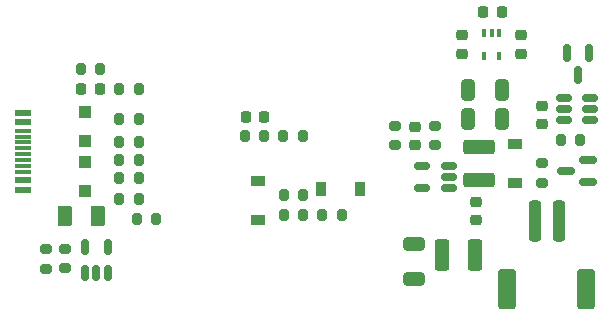
<source format=gbr>
%TF.GenerationSoftware,KiCad,Pcbnew,(5.99.0-13244-g73f40b11ee)*%
%TF.CreationDate,2021-12-26T18:18:12+01:00*%
%TF.ProjectId,TheKNOBDaughterboard,5468654b-4e4f-4424-9461-756768746572,rev?*%
%TF.SameCoordinates,Original*%
%TF.FileFunction,Paste,Top*%
%TF.FilePolarity,Positive*%
%FSLAX46Y46*%
G04 Gerber Fmt 4.6, Leading zero omitted, Abs format (unit mm)*
G04 Created by KiCad (PCBNEW (5.99.0-13244-g73f40b11ee)) date 2021-12-26 18:18:12*
%MOMM*%
%LPD*%
G01*
G04 APERTURE LIST*
G04 Aperture macros list*
%AMRoundRect*
0 Rectangle with rounded corners*
0 $1 Rounding radius*
0 $2 $3 $4 $5 $6 $7 $8 $9 X,Y pos of 4 corners*
0 Add a 4 corners polygon primitive as box body*
4,1,4,$2,$3,$4,$5,$6,$7,$8,$9,$2,$3,0*
0 Add four circle primitives for the rounded corners*
1,1,$1+$1,$2,$3*
1,1,$1+$1,$4,$5*
1,1,$1+$1,$6,$7*
1,1,$1+$1,$8,$9*
0 Add four rect primitives between the rounded corners*
20,1,$1+$1,$2,$3,$4,$5,0*
20,1,$1+$1,$4,$5,$6,$7,0*
20,1,$1+$1,$6,$7,$8,$9,0*
20,1,$1+$1,$8,$9,$2,$3,0*%
G04 Aperture macros list end*
%ADD10RoundRect,0.250000X-0.325000X-0.650000X0.325000X-0.650000X0.325000X0.650000X-0.325000X0.650000X0*%
%ADD11RoundRect,0.200000X-0.275000X0.200000X-0.275000X-0.200000X0.275000X-0.200000X0.275000X0.200000X0*%
%ADD12RoundRect,0.150000X0.512500X0.150000X-0.512500X0.150000X-0.512500X-0.150000X0.512500X-0.150000X0*%
%ADD13RoundRect,0.250000X-0.250000X-1.500000X0.250000X-1.500000X0.250000X1.500000X-0.250000X1.500000X0*%
%ADD14RoundRect,0.250001X-0.499999X-1.449999X0.499999X-1.449999X0.499999X1.449999X-0.499999X1.449999X0*%
%ADD15RoundRect,0.200000X0.200000X0.275000X-0.200000X0.275000X-0.200000X-0.275000X0.200000X-0.275000X0*%
%ADD16R,1.450000X0.600000*%
%ADD17R,1.450000X0.300000*%
%ADD18RoundRect,0.200000X0.275000X-0.200000X0.275000X0.200000X-0.275000X0.200000X-0.275000X-0.200000X0*%
%ADD19RoundRect,0.250000X-1.075000X0.375000X-1.075000X-0.375000X1.075000X-0.375000X1.075000X0.375000X0*%
%ADD20RoundRect,0.200000X-0.200000X-0.275000X0.200000X-0.275000X0.200000X0.275000X-0.200000X0.275000X0*%
%ADD21R,1.200000X0.900000*%
%ADD22R,0.900000X1.200000*%
%ADD23RoundRect,0.225000X0.225000X0.250000X-0.225000X0.250000X-0.225000X-0.250000X0.225000X-0.250000X0*%
%ADD24RoundRect,0.150000X0.150000X-0.512500X0.150000X0.512500X-0.150000X0.512500X-0.150000X-0.512500X0*%
%ADD25RoundRect,0.150000X0.587500X0.150000X-0.587500X0.150000X-0.587500X-0.150000X0.587500X-0.150000X0*%
%ADD26RoundRect,0.225000X0.250000X-0.225000X0.250000X0.225000X-0.250000X0.225000X-0.250000X-0.225000X0*%
%ADD27R,0.400000X0.650000*%
%ADD28RoundRect,0.225000X-0.250000X0.225000X-0.250000X-0.225000X0.250000X-0.225000X0.250000X0.225000X0*%
%ADD29RoundRect,0.250000X-0.650000X0.325000X-0.650000X-0.325000X0.650000X-0.325000X0.650000X0.325000X0*%
%ADD30RoundRect,0.250000X0.375000X0.625000X-0.375000X0.625000X-0.375000X-0.625000X0.375000X-0.625000X0*%
%ADD31R,1.000000X1.000000*%
%ADD32RoundRect,0.150000X-0.150000X0.587500X-0.150000X-0.587500X0.150000X-0.587500X0.150000X0.587500X0*%
%ADD33RoundRect,0.250000X-0.375000X-1.075000X0.375000X-1.075000X0.375000X1.075000X-0.375000X1.075000X0*%
G04 APERTURE END LIST*
D10*
%TO.C,C9*%
X113675000Y-94800000D03*
X116625000Y-94800000D03*
%TD*%
D11*
%TO.C,R5*%
X119990000Y-102655000D03*
X119990000Y-101005000D03*
%TD*%
D12*
%TO.C,U3*%
X112127500Y-103130000D03*
X112127500Y-102180000D03*
X112127500Y-101230000D03*
X109852500Y-101230000D03*
X109852500Y-103130000D03*
%TD*%
%TO.C,U2*%
X124077500Y-97380000D03*
X124077500Y-96430000D03*
X124077500Y-95480000D03*
X121802500Y-95480000D03*
X121802500Y-96430000D03*
X121802500Y-97380000D03*
%TD*%
D11*
%TO.C,R15*%
X107490000Y-97855000D03*
X107490000Y-99505000D03*
%TD*%
D13*
%TO.C,J1*%
X119380000Y-105940303D03*
X121380000Y-105940303D03*
D14*
X117030000Y-111690303D03*
X123730000Y-111690303D03*
%TD*%
D15*
%TO.C,R19*%
X82575000Y-93000000D03*
X80925000Y-93000000D03*
%TD*%
%TO.C,R7*%
X85825000Y-100770000D03*
X84175000Y-100770000D03*
%TD*%
D16*
%TO.C,J2*%
X76045000Y-96750000D03*
X76045000Y-97550000D03*
D17*
X76045000Y-98750000D03*
X76045000Y-99750000D03*
X76045000Y-100250000D03*
X76045000Y-101250000D03*
D16*
X76045000Y-102450000D03*
X76045000Y-103250000D03*
X76045000Y-103250000D03*
X76045000Y-102450000D03*
D17*
X76045000Y-101750000D03*
X76045000Y-100750000D03*
X76045000Y-99250000D03*
X76045000Y-98250000D03*
D16*
X76045000Y-97550000D03*
X76045000Y-96750000D03*
%TD*%
D18*
%TO.C,R1*%
X79610000Y-109915000D03*
X79610000Y-108265000D03*
%TD*%
D19*
%TO.C,L2*%
X114650000Y-99650000D03*
X114650000Y-102450000D03*
%TD*%
D15*
%TO.C,R17*%
X96475000Y-98725000D03*
X94825000Y-98725000D03*
%TD*%
D20*
%TO.C,R10*%
X98100000Y-105425000D03*
X99750000Y-105425000D03*
%TD*%
D18*
%TO.C,R9*%
X78000000Y-109925000D03*
X78000000Y-108275000D03*
%TD*%
D21*
%TO.C,D5*%
X117650000Y-99400000D03*
X117650000Y-102700000D03*
%TD*%
D22*
%TO.C,D4*%
X104575000Y-103175000D03*
X101275000Y-103175000D03*
%TD*%
D15*
%TO.C,R4*%
X85825000Y-104000000D03*
X84175000Y-104000000D03*
%TD*%
D23*
%TO.C,C3*%
X116550000Y-88250000D03*
X115000000Y-88250000D03*
%TD*%
D15*
%TO.C,R18*%
X85825000Y-94750000D03*
X84175000Y-94750000D03*
%TD*%
D20*
%TO.C,R6*%
X84175000Y-102300000D03*
X85825000Y-102300000D03*
%TD*%
D24*
%TO.C,U1*%
X81300000Y-110337500D03*
X82250000Y-110337500D03*
X83200000Y-110337500D03*
X83200000Y-108062500D03*
X81300000Y-108062500D03*
%TD*%
D23*
%TO.C,C10*%
X96425000Y-97075000D03*
X94875000Y-97075000D03*
%TD*%
D15*
%TO.C,R20*%
X87325000Y-105750000D03*
X85675000Y-105750000D03*
%TD*%
D25*
%TO.C,Q1*%
X123877500Y-102630000D03*
X123877500Y-100730000D03*
X122002500Y-101680000D03*
%TD*%
D26*
%TO.C,C5*%
X113212500Y-91737500D03*
X113212500Y-90187500D03*
%TD*%
D15*
%TO.C,R11*%
X103000000Y-105425000D03*
X101350000Y-105425000D03*
%TD*%
D10*
%TO.C,C8*%
X113675000Y-97300000D03*
X116625000Y-97300000D03*
%TD*%
D15*
%TO.C,R8*%
X85825000Y-99240000D03*
X84175000Y-99240000D03*
%TD*%
D27*
%TO.C,U4*%
X116362500Y-90012500D03*
X115712500Y-90012500D03*
X115062500Y-90012500D03*
X115062500Y-91912500D03*
X116362500Y-91912500D03*
%TD*%
D26*
%TO.C,C4*%
X114400000Y-104275000D03*
X114400000Y-105825000D03*
%TD*%
D28*
%TO.C,C7*%
X109190000Y-99455000D03*
X109190000Y-97905000D03*
%TD*%
D23*
%TO.C,C11*%
X82525000Y-94750000D03*
X80975000Y-94750000D03*
%TD*%
D28*
%TO.C,C1*%
X119990000Y-96155000D03*
X119990000Y-97705000D03*
%TD*%
D26*
%TO.C,C6*%
X118212500Y-91737500D03*
X118212500Y-90187500D03*
%TD*%
D21*
%TO.C,D3*%
X95925000Y-102525000D03*
X95925000Y-105825000D03*
%TD*%
D29*
%TO.C,C2*%
X109150000Y-107825000D03*
X109150000Y-110775000D03*
%TD*%
D20*
%TO.C,R12*%
X98100000Y-103675000D03*
X99750000Y-103675000D03*
%TD*%
D15*
%TO.C,R2*%
X123215000Y-99030000D03*
X121565000Y-99030000D03*
%TD*%
D30*
%TO.C,F1*%
X82400000Y-105500000D03*
X79600000Y-105500000D03*
%TD*%
D15*
%TO.C,R3*%
X85825000Y-97250000D03*
X84175000Y-97250000D03*
%TD*%
D11*
%TO.C,R14*%
X110940000Y-99505000D03*
X110940000Y-97855000D03*
%TD*%
D31*
%TO.C,D1*%
X81250000Y-100900000D03*
X81250000Y-103400000D03*
%TD*%
D32*
%TO.C,Q2*%
X123990000Y-91692500D03*
X122090000Y-91692500D03*
X123040000Y-93567500D03*
%TD*%
D33*
%TO.C,L1*%
X111500000Y-108800000D03*
X114300000Y-108800000D03*
%TD*%
D31*
%TO.C,D2*%
X81250000Y-99150000D03*
X81250000Y-96650000D03*
%TD*%
D15*
%TO.C,R16*%
X99725000Y-98725000D03*
X98075000Y-98725000D03*
%TD*%
M02*

</source>
